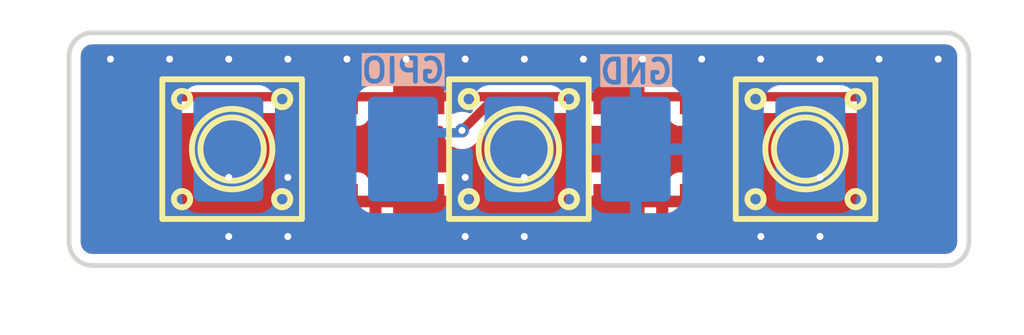
<source format=kicad_pcb>
(kicad_pcb (version 20241229) (generator "pcbnew") (generator_version "9.0")
  (layers (0 "F.Cu" signal) (2 "B.Cu" signal) (13 "F.Paste" user) (15 "B.Paste" user) (5 "F.SilkS" user "F.Silkscreen") (7 "B.SilkS" user "B.Silkscreen") (1 "F.Mask" user) (3 "B.Mask" user) (25 "Edge.Cuts" user))
  (net 0 "")
  (net 1 "GPIO_IN")
  (net 2 "GND")
  (footprint "EASYEDA2KICAD:KEY-SMD_4P-L6.0-W6.0-P4.50-LS8.6_H8.5" (layer "F.Cu") (at 50.593416 25.426929)
    (property "Reference" "SW2" (hide yes))
    (property "Value" "ZX-QC66-8.5TP" (hide yes))
    (fp_line (start -3 -3) (end -3 3) (stroke (width 0.25)) (layer "F.SilkS"))
    (fp_line (start -3 -3) (end 3 -3) (stroke (width 0.25)) (layer "F.SilkS"))
    (fp_line (start -3 3) (end 3 3) (stroke (width 0.25)) (layer "F.SilkS"))
    (fp_line (start 3 -3) (end 3 3) (stroke (width 0.25)) (layer "F.SilkS"))
    (fp_circle (center -2.15 -2.15) (end -1.8 -2.15) (stroke (width 0.25)) (fill no) (layer "F.SilkS"))
    (fp_circle (center -2.15 2.15) (end -1.8 2.15) (stroke (width 0.25)) (fill no) (layer "F.SilkS"))
    (fp_circle (center 0 0) (end 1.36 0) (stroke (width 0.25)) (fill no) (layer "F.SilkS"))
    (fp_circle (center 0 0) (end 1.73 0) (stroke (width 0.25)) (fill no) (layer "F.SilkS"))
    (fp_circle (center 2.15 -2.15) (end 2.5 -2.15) (stroke (width 0.25)) (fill no) (layer "F.SilkS"))
    (fp_circle (center 2.15 2.15) (end 2.5 2.15) (stroke (width 0.25)) (fill no) (layer "F.SilkS"))
    (pad "1" smd rect (at -4.3 -2.25) (size 2.2 1.5) (layers "F.Cu" "F.Mask" "F.Paste") (net 1 "GPIO_IN"))
    (pad "2" smd rect (at 4.3 -2.25) (size 2.2 1.5) (layers "F.Cu" "F.Mask" "F.Paste") (net 1 "GPIO_IN"))
    (pad "3" smd rect (at -4.3 2.25) (size 2.2 1.5) (layers "F.Cu" "F.Mask" "F.Paste") (net 2 "GND"))
    (pad "4" smd rect (at 4.3 2.25) (size 2.2 1.5) (layers "F.Cu" "F.Mask" "F.Paste") (net 2 "GND"))
  )
  (footprint "EASYEDA2KICAD:KEY-SMD_4P-L6.0-W6.0-P4.50-LS8.6_H8.5" (layer "F.Cu") (at 25.956608 25.426929)
    (property "Reference" "SW1" (hide yes))
    (property "Value" "ZX-QC66-8.5TP" (hide yes))
    (fp_line (start -3 -3) (end -3 3) (stroke (width 0.25)) (layer "F.SilkS"))
    (fp_line (start -3 -3) (end 3 -3) (stroke (width 0.25)) (layer "F.SilkS"))
    (fp_line (start -3 3) (end 3 3) (stroke (width 0.25)) (layer "F.SilkS"))
    (fp_line (start 3 -3) (end 3 3) (stroke (width 0.25)) (layer "F.SilkS"))
    (fp_circle (center -2.15 -2.15) (end -1.8 -2.15) (stroke (width 0.25)) (fill no) (layer "F.SilkS"))
    (fp_circle (center -2.15 2.15) (end -1.8 2.15) (stroke (width 0.25)) (fill no) (layer "F.SilkS"))
    (fp_circle (center 0 0) (end 1.36 0) (stroke (width 0.25)) (fill no) (layer "F.SilkS"))
    (fp_circle (center 0 0) (end 1.73 0) (stroke (width 0.25)) (fill no) (layer "F.SilkS"))
    (fp_circle (center 2.15 -2.15) (end 2.5 -2.15) (stroke (width 0.25)) (fill no) (layer "F.SilkS"))
    (fp_circle (center 2.15 2.15) (end 2.5 2.15) (stroke (width 0.25)) (fill no) (layer "F.SilkS"))
    (pad "1" smd rect (at -4.3 -2.25) (size 2.2 1.5) (layers "F.Cu" "F.Mask" "F.Paste") (net 1 "GPIO_IN"))
    (pad "2" smd rect (at 4.3 -2.25) (size 2.2 1.5) (layers "F.Cu" "F.Mask" "F.Paste") (net 1 "GPIO_IN"))
    (pad "3" smd rect (at -4.3 2.25) (size 2.2 1.5) (layers "F.Cu" "F.Mask" "F.Paste") (net 2 "GND"))
    (pad "4" smd rect (at 4.3 2.25) (size 2.2 1.5) (layers "F.Cu" "F.Mask" "F.Paste") (net 2 "GND"))
  )
  (footprint "EASYEDA2KICAD:KEY-SMD_4P-L6.0-W6.0-P4.50-LS8.6_H8.5" (layer "F.Cu") (at 38.275012 25.426929)
    (property "Reference" "SW3" (hide yes))
    (property "Value" "ZX-QC66-8.5TP" (hide yes))
    (fp_line (start -3 -3) (end -3 3) (stroke (width 0.25)) (layer "F.SilkS"))
    (fp_line (start -3 -3) (end 3 -3) (stroke (width 0.25)) (layer "F.SilkS"))
    (fp_line (start -3 3) (end 3 3) (stroke (width 0.25)) (layer "F.SilkS"))
    (fp_line (start 3 -3) (end 3 3) (stroke (width 0.25)) (layer "F.SilkS"))
    (fp_circle (center -2.15 -2.15) (end -1.8 -2.15) (stroke (width 0.25)) (fill no) (layer "F.SilkS"))
    (fp_circle (center -2.15 2.15) (end -1.8 2.15) (stroke (width 0.25)) (fill no) (layer "F.SilkS"))
    (fp_circle (center 0 0) (end 1.36 0) (stroke (width 0.25)) (fill no) (layer "F.SilkS"))
    (fp_circle (center 0 0) (end 1.73 0) (stroke (width 0.25)) (fill no) (layer "F.SilkS"))
    (fp_circle (center 2.15 -2.15) (end 2.5 -2.15) (stroke (width 0.25)) (fill no) (layer "F.SilkS"))
    (fp_circle (center 2.15 2.15) (end 2.5 2.15) (stroke (width 0.25)) (fill no) (layer "F.SilkS"))
    (pad "1" smd rect (at -4.3 -2.25) (size 2.2 1.5) (layers "F.Cu" "F.Mask" "F.Paste") (net 1 "GPIO_IN"))
    (pad "2" smd rect (at 4.3 -2.25) (size 2.2 1.5) (layers "F.Cu" "F.Mask" "F.Paste") (net 1 "GPIO_IN"))
    (pad "3" smd rect (at -4.3 2.25) (size 2.2 1.5) (layers "F.Cu" "F.Mask" "F.Paste") (net 2 "GND"))
    (pad "4" smd rect (at 4.3 2.25) (size 2.2 1.5) (layers "F.Cu" "F.Mask" "F.Paste") (net 2 "GND"))
  )
  (footprint "TestPoint:TestPoint_Pad_3.0x3.0mm" (layer "B.Cu") (at 38.296099 25.426929)
    (property "Reference" "J1" (hide yes))
    (property "Value" "Conn_01x02_Pin" (hide yes))
    (pad "1" smd roundrect (at -5 0) (size 3 4.5) (layers "B.Cu" "B.Mask") (roundrect_rratio 0.08333333333) (net 1 "GPIO_IN"))
    (pad "2" smd roundrect (at 5 0) (size 3 4.5) (layers "B.Cu" "B.Mask") (roundrect_rratio 0.08333333333) (net 2 "GND"))
    (pad "3" smd roundrect (at -12.5 0) (size 3 4.5) (layers "B.Cu" "B.Mask") (roundrect_rratio 0.08333333333))
    (pad "3" smd roundrect (at 0 0) (size 3 4.5) (layers "B.Cu" "B.Mask") (roundrect_rratio 0.08333333333))
    (pad "3" smd roundrect (at 12.5 0) (size 3 4.5) (layers "B.Cu" "B.Mask") (roundrect_rratio 0.08333333333))
  )
  (gr_line (start 56.603625 30.426929) (end 19.953625 30.426929) (stroke (width 0.2)) (layer "Edge.Cuts"))
  (gr_line (start 57.603625 21.426929) (end 57.603625 29.426929) (stroke (width 0.2)) (layer "Edge.Cuts"))
  (gr_arc (start 18.953625 21.426929) (mid 19.246509 20.719812) (end 19.953625 20.426929) (stroke (width 0.2)) (layer "Edge.Cuts"))
  (gr_line (start 19.953625 20.426929) (end 56.603625 20.426929) (stroke (width 0.2)) (layer "Edge.Cuts"))
  (gr_arc (start 56.603625 20.426929) (mid 57.310732 20.719822) (end 57.603625 21.426929) (stroke (width 0.2)) (layer "Edge.Cuts"))
  (gr_arc (start 57.603625 29.426929) (mid 57.310732 30.134036) (end 56.603625 30.426929) (stroke (width 0.2)) (layer "Edge.Cuts"))
  (gr_arc (start 19.953625 30.426929) (mid 19.246515 30.134037) (end 18.953625 29.426929) (stroke (width 0.2)) (layer "Edge.Cuts"))
  (gr_line (start 18.953625 29.426929) (end 18.953625 21.426929) (stroke (width 0.2)) (layer "Edge.Cuts"))
  (gr_text "GPIO" (at 35.199138 22.642663 0) (layer "B.SilkS" knockout) (effects (font (size 1 1) (thickness 0.2) (bold yes)) (justify left bottom mirror)))
  (gr_text "GND\n" (at 44.970697 22.68759 0) (layer "B.SilkS" knockout) (effects (font (size 1 1) (thickness 0.2) (bold yes)) (justify left bottom mirror)))
  (segment (start 37.302934 23.176929) (end 54.893416 23.176929) (width 0.4) (layer "F.Cu") (net 1))
  (segment (start 37.282156 23.176929) (end 35.832156 24.626929) (width 0.4) (layer "F.Cu") (net 1))
  (segment (start 37.302934 23.176929) (end 37.282156 23.176929) (width 0.4) (layer "F.Cu") (net 1))
  (segment (start 21.656608 23.176929) (end 37.302934 23.176929) (width 0.4) (layer "F.Cu") (net 1))
  (via (at 35.832156 24.626929) (size 0.6) (drill 0.3) (layers "F.Cu" "B.Cu") (net 1))
  (segment (start 35.733156 24.725929) (end 33.296099 24.725929) (width 0.4) (layer "B.Cu") (net 1))
  (segment (start 35.832156 24.626929) (end 35.733156 24.725929) (width 0.4) (layer "B.Cu") (net 1))
  (via (at 28.350207 26.640845) (size 0.6) (drill 0.3) (layers "F.Cu" "B.Cu") (net 2))
  (via (at 25.810207 29.180845) (size 0.6) (drill 0.3) (layers "F.Cu" "B.Cu") (net 2))
  (via (at 25.810207 26.640845) (size 0.6) (drill 0.3) (layers "F.Cu" "B.Cu") (net 2))
  (via (at 25.810207 21.560845) (size 0.6) (drill 0.3) (layers "F.Cu" "B.Cu") (net 2))
  (via (at 46.130207 21.560845) (size 0.6) (drill 0.3) (layers "F.Cu" "B.Cu") (net 2))
  (via (at 28.350207 29.180845) (size 0.6) (drill 0.3) (layers "F.Cu" "B.Cu") (net 2))
  (via (at 33.430207 21.560845) (size 0.6) (drill 0.3) (layers "F.Cu" "B.Cu") (net 2))
  (via (at 38.510207 29.180845) (size 0.6) (drill 0.3) (layers "F.Cu" "B.Cu") (net 2))
  (via (at 35.970207 21.560845) (size 0.6) (drill 0.3) (layers "F.Cu" "B.Cu") (net 2))
  (via (at 35.970207 29.180845) (size 0.6) (drill 0.3) (layers "F.Cu" "B.Cu") (net 2))
  (via (at 56.290207 21.560845) (size 0.6) (drill 0.3) (layers "F.Cu" "B.Cu") (net 2))
  (via (at 51.210207 29.180845) (size 0.6) (drill 0.3) (layers "F.Cu" "B.Cu") (net 2))
  (via (at 48.670207 21.560845) (size 0.6) (drill 0.3) (layers "F.Cu" "B.Cu") (net 2))
  (via (at 41.050207 21.560845) (size 0.6) (drill 0.3) (layers "F.Cu" "B.Cu") (net 2))
  (via (at 43.590207 21.560845) (size 0.6) (drill 0.3) (layers "F.Cu" "B.Cu") (net 2))
  (via (at 38.510207 26.640845) (size 0.6) (drill 0.3) (layers "F.Cu" "B.Cu") (net 2))
  (via (at 23.270207 21.560845) (size 0.6) (drill 0.3) (layers "F.Cu" "B.Cu") (net 2))
  (via (at 20.730207 21.560845) (size 0.6) (drill 0.3) (layers "F.Cu" "B.Cu") (net 2))
  (via (at 35.970207 26.640845) (size 0.6) (drill 0.3) (layers "F.Cu" "B.Cu") (net 2))
  (via (at 28.350207 21.560845) (size 0.6) (drill 0.3) (layers "F.Cu" "B.Cu") (net 2))
  (via (at 51.210207 26.640845) (size 0.6) (drill 0.3) (layers "F.Cu" "B.Cu") (net 2))
  (via (at 53.750207 21.560845) (size 0.6) (drill 0.3) (layers "F.Cu" "B.Cu") (net 2))
  (via (at 51.210207 21.560845) (size 0.6) (drill 0.3) (layers "F.Cu" "B.Cu") (net 2))
  (via (at 38.510207 21.560845) (size 0.6) (drill 0.3) (layers "F.Cu" "B.Cu") (net 2))
  (via (at 48.670207 29.180845) (size 0.6) (drill 0.3) (layers "F.Cu" "B.Cu") (net 2))
  (via (at 30.890207 21.560845) (size 0.6) (drill 0.3) (layers "F.Cu" "B.Cu") (net 2))
  (zone (net 2) (net_name "GND") (layers "F.Cu" "B.Cu") (connect_pads (clearance 0.5)) (min_thickness 0.25) (fill yes (thermal_gap 0.5) (thermal_bridge_width 0.5) (island_removal_mode 1) (island_area_min 10))
    (polygon (pts (xy 15.983829 19.020845) (xy 16.043654 33.438614) (xy 59.994203 32.935604) (xy 59.934483 19.020845)))
  )
)
</source>
